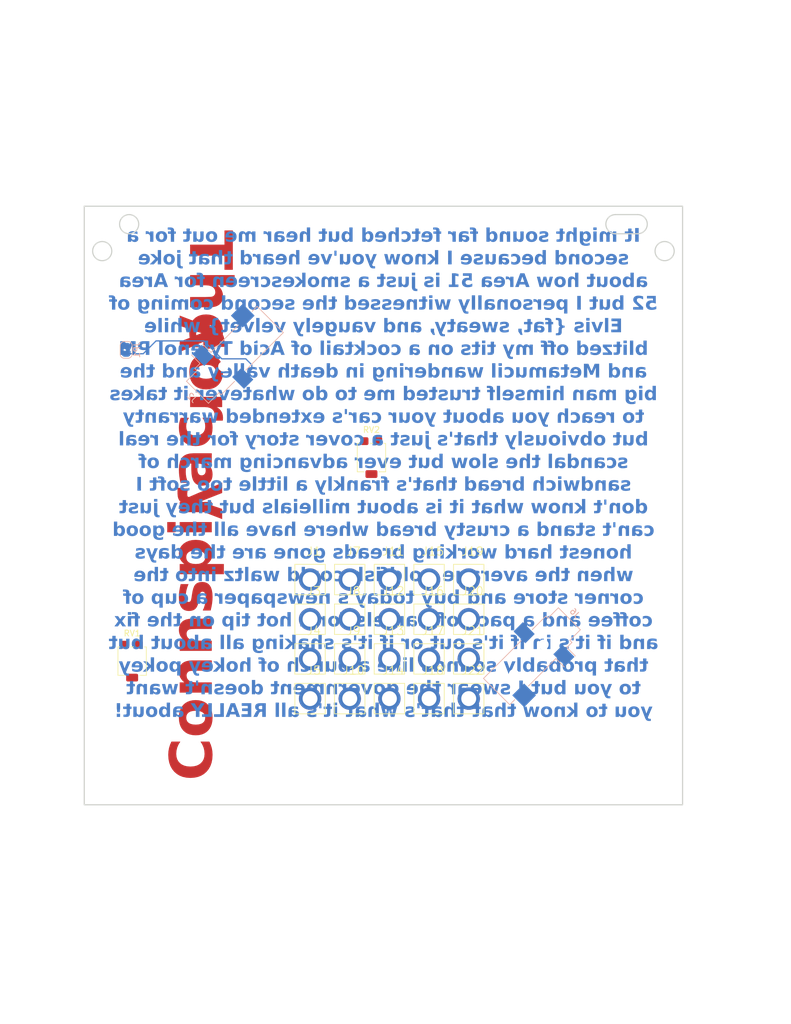
<source format=kicad_pcb>
(kicad_pcb (version 20240108) (generator "pcbnew") (generator_version "8.0")
  (layers (0 "F.Cu" signal) (31 "B.Cu" signal) (34 "B.Paste" user) (35 "F.Paste" user) (36 "B.SilkS" user "B.Silkscreen") (37 "F.SilkS" user "F.Silkscreen") (38 "B.Mask" user) (39 "F.Mask" user) (44 "Edge.Cuts" user))
  (net 0 "")
  (net 1 "Net-(J1-Pin_1)")
  (net 2 "Net-(J4-Pin_1)")
  (net 3 "Net-(J7-Pin_1)")
  (net 4 "Net-(J10-Pin_1)")
  (net 5 "/Groucho")
  (net 6 "/Outside")
  (net 7 "/Karl")
  (net 8 "/Upsidedown")
  (net 9 "/Zeppo")
  (net 10 "/Inside")
  (net 11 "GND")
  (net 12 "Net-(JP1-B)")
  (footprint "AT-Footprints:Turret - MILMAX_2501-2-00-80-00-00-07-0" (layer "F.Cu") (at 127.37 124.87)
    (property "Reference" "J7" (at 0.635285 -4.701025 0) (layer "F.SilkS") (effects (font (size 1.400606 1.400606))))
    (property "Value" "~")
    (fp_line (start -2.54 -2.54) (end 2.54 -2.54) (stroke (width 0.127)) (layer "F.SilkS"))
    (fp_line (start -2.54 2.54) (end -2.54 -2.54) (stroke (width 0.127)) (layer "F.SilkS"))
    (fp_line (start 2.54 -2.54) (end 2.54 2.54) (stroke (width 0.127)) (layer "F.SilkS"))
    (fp_line (start 2.54 2.54) (end -2.54 2.54) (stroke (width 0.127)) (layer "F.SilkS"))
    (pad "1" thru_hole circle (at 0 0) (size 3.74 3.74) (drill 2.49) (layers "*.Cu" "*.Mask") (net 3 "Net-(J7-Pin_1)"))
  )
  (footprint "AT-Footprints:Turret - MILMAX_2501-2-00-80-00-00-07-0" (layer "F.Cu") (at 147.26 138.13)
    (property "Reference" "J21" (at 0.635285 -4.701025 0) (layer "F.SilkS") (effects (font (size 1.400606 1.400606))))
    (property "Value" "~")
    (fp_line (start -2.54 -2.54) (end 2.54 -2.54) (stroke (width 0.127)) (layer "F.SilkS"))
    (fp_line (start -2.54 2.54) (end -2.54 -2.54) (stroke (width 0.127)) (layer "F.SilkS"))
    (fp_line (start 2.54 -2.54) (end 2.54 2.54) (stroke (width 0.127)) (layer "F.SilkS"))
    (fp_line (start 2.54 2.54) (end -2.54 2.54) (stroke (width 0.127)) (layer "F.SilkS"))
    (pad "1" thru_hole circle (at 0 0) (size 3.74 3.74) (drill 2.49) (layers "*.Cu" "*.Mask") (net 10 "/Inside"))
  )
  (footprint "AT-Footprints:Turret - MILMAX_2501-2-00-80-00-00-07-0" (layer "F.Cu") (at 140.63 131.5)
    (property "Reference" "J16" (at 0.635285 -4.701025 0) (layer "F.SilkS") (effects (font (size 1.400606 1.400606))))
    (property "Value" "~")
    (fp_line (start -2.54 -2.54) (end 2.54 -2.54) (stroke (width 0.127)) (layer "F.SilkS"))
    (fp_line (start -2.54 2.54) (end -2.54 -2.54) (stroke (width 0.127)) (layer "F.SilkS"))
    (fp_line (start 2.54 -2.54) (end 2.54 2.54) (stroke (width 0.127)) (layer "F.SilkS"))
    (fp_line (start 2.54 2.54) (end -2.54 2.54) (stroke (width 0.127)) (layer "F.SilkS"))
    (pad "1" thru_hole circle (at 0 0) (size 3.74 3.74) (drill 2.49) (layers "*.Cu" "*.Mask") (net 7 "/Karl"))
  )
  (footprint "AT-Footprints:Turret - MILMAX_2501-2-00-80-00-00-07-0" (layer "F.Cu") (at 140.63 144.76)
    (property "Reference" "J18" (at 0.635285 -4.701025 0) (layer "F.SilkS") (effects (font (size 1.400606 1.400606))))
    (property "Value" "~")
    (fp_line (start -2.54 -2.54) (end 2.54 -2.54) (stroke (width 0.127)) (layer "F.SilkS"))
    (fp_line (start -2.54 2.54) (end -2.54 -2.54) (stroke (width 0.127)) (layer "F.SilkS"))
    (fp_line (start 2.54 -2.54) (end 2.54 2.54) (stroke (width 0.127)) (layer "F.SilkS"))
    (fp_line (start 2.54 2.54) (end -2.54 2.54) (stroke (width 0.127)) (layer "F.SilkS"))
    (pad "1" thru_hole circle (at 0 0) (size 3.74 3.74) (drill 2.49) (layers "*.Cu" "*.Mask") (net 8 "/Upsidedown"))
  )
  (footprint "AT-Footprints:Turret - MILMAX_2501-2-00-80-00-00-07-0" (layer "F.Cu") (at 134 124.87)
    (property "Reference" "J11" (at 0.635285 -4.701025 0) (layer "F.SilkS") (effects (font (size 1.400606 1.400606))))
    (property "Value" "~")
    (fp_line (start -2.54 -2.54) (end 2.54 -2.54) (stroke (width 0.127)) (layer "F.SilkS"))
    (fp_line (start -2.54 2.54) (end -2.54 -2.54) (stroke (width 0.127)) (layer "F.SilkS"))
    (fp_line (start 2.54 -2.54) (end 2.54 2.54) (stroke (width 0.127)) (layer "F.SilkS"))
    (fp_line (start 2.54 2.54) (end -2.54 2.54) (stroke (width 0.127)) (layer "F.SilkS"))
    (pad "1" thru_hole circle (at 0 0) (size 3.74 3.74) (drill 2.49) (layers "*.Cu" "*.Mask") (net 5 "/Groucho"))
  )
  (footprint "Potentiometer_SMD:Potentiometer_Bourns_3314G_Vertical" (layer "F.Cu") (at 91 138.5)
    (property "Reference" "RV1" (at 0 -4.65 0) (layer "F.SilkS"))
    (property "Value" "IDK like 12 Speed")
    (fp_line (start -2.37 -2.37) (end -2.37 2.37) (stroke (width 0.12)) (layer "F.SilkS"))
    (fp_line (start -2.37 -2.37) (end -2.06 -2.37) (stroke (width 0.12)) (layer "F.SilkS"))
    (fp_line (start -2.37 2.37) (end -1.26 2.37) (stroke (width 0.12)) (layer "F.SilkS"))
    (fp_line (start -0.24 -2.37) (end 0.24 -2.37) (stroke (width 0.12)) (layer "F.SilkS"))
    (fp_line (start 1.26 2.37) (end 2.37 2.37) (stroke (width 0.12)) (layer "F.SilkS"))
    (fp_line (start 2.06 -2.37) (end 2.37 -2.37) (stroke (width 0.12)) (layer "F.SilkS"))
    (fp_line (start 2.37 -2.37) (end 2.37 2.37) (stroke (width 0.12)) (layer "F.SilkS"))
    (pad "1" smd roundrect (at -1.15 -2.75) (size 1.3 1.3) (layers "F.Cu" "F.Paste" "F.Mask") (roundrect_rratio 0.1923076923) (net 1 "Net-(J1-Pin_1)"))
    (pad "2" smd roundrect (at 0 2.75) (size 2 1.3) (layers "F.Cu" "F.Paste" "F.Mask") (roundrect_rratio 0.1923076923) (net 2 "Net-(J4-Pin_1)"))
    (pad "3" smd roundrect (at 1.15 -2.75) (size 1.3 1.3) (layers "F.Cu" "F.Paste" "F.Mask") (roundrect_rratio 0.1923076923) (net 11 "GND"))
  )
  (footprint "AT-Footprints:Turret - MILMAX_2501-2-00-80-00-00-07-0" (layer "F.Cu") (at 127.37 138.13)
    (property "Reference" "J9" (at 0.635285 -4.701025 0) (layer "F.SilkS") (effects (font (size 1.400606 1.400606))))
    (property "Value" "~")
    (fp_line (start -2.54 -2.54) (end 2.54 -2.54) (stroke (width 0.127)) (layer "F.SilkS"))
    (fp_line (start -2.54 2.54) (end -2.54 -2.54) (stroke (width 0.127)) (layer "F.SilkS"))
    (fp_line (start 2.54 -2.54) (end 2.54 2.54) (stroke (width 0.127)) (layer "F.SilkS"))
    (fp_line (start 2.54 2.54) (end -2.54 2.54) (stroke (width 0.127)) (layer "F.SilkS"))
    (pad "1" thru_hole circle (at 0 0) (size 3.74 3.74) (drill 2.49) (layers "*.Cu" "*.Mask") (net 4 "Net-(J10-Pin_1)"))
  )
  (footprint "AT-Footprints:Turret - MILMAX_2501-2-00-80-00-00-07-0" (layer "F.Cu") (at 134 144.76)
    (property "Reference" "J14" (at 0.635285 -4.701025 0) (layer "F.SilkS") (effects (font (size 1.400606 1.400606))))
    (property "Value" "~")
    (fp_line (start -2.54 -2.54) (end 2.54 -2.54) (stroke (width 0.127)) (layer "F.SilkS"))
    (fp_line (start -2.54 2.54) (end -2.54 -2.54) (stroke (width 0.127)) (layer "F.SilkS"))
    (fp_line (start 2.54 -2.54) (end 2.54 2.54) (stroke (width 0.127)) (layer "F.SilkS"))
    (fp_line (start 2.54 2.54) (end -2.54 2.54) (stroke (width 0.127)) (layer "F.SilkS"))
    (pad "1" thru_hole circle (at 0 0) (size 3.74 3.74) (drill 2.49) (layers "*.Cu" "*.Mask") (net 6 "/Outside"))
  )
  (footprint "AT-Footprints:Turret - MILMAX_2501-2-00-80-00-00-07-0" (layer "F.Cu") (at 140.63 124.87)
    (property "Reference" "J15" (at 0.635285 -4.701025 0) (layer "F.SilkS") (effects (font (size 1.400606 1.400606))))
    (property "Value" "~")
    (fp_line (start -2.54 -2.54) (end 2.54 -2.54) (stroke (width 0.127)) (layer "F.SilkS"))
    (fp_line (start -2.54 2.54) (end -2.54 -2.54) (stroke (width 0.127)) (layer "F.SilkS"))
    (fp_line (start 2.54 -2.54) (end 2.54 2.54) (stroke (width 0.127)) (layer "F.SilkS"))
    (fp_line (start 2.54 2.54) (end -2.54 2.54) (stroke (width 0.127)) (layer "F.SilkS"))
    (pad "1" thru_hole circle (at 0 0) (size 3.74 3.74) (drill 2.49) (layers "*.Cu" "*.Mask") (net 7 "/Karl"))
  )
  (footprint "AT-Footprints:Turret - MILMAX_2501-2-00-80-00-00-07-0" (layer "F.Cu") (at 147.26 124.87)
    (property "Reference" "J19" (at 0.635285 -4.701025 0) (layer "F.SilkS") (effects (font (size 1.400606 1.400606))))
    (property "Value" "~")
    (fp_line (start -2.54 -2.54) (end 2.54 -2.54) (stroke (width 0.127)) (layer "F.SilkS"))
    (fp_line (start -2.54 2.54) (end -2.54 -2.54) (stroke (width 0.127)) (layer "F.SilkS"))
    (fp_line (start 2.54 -2.54) (end 2.54 2.54) (stroke (width 0.127)) (layer "F.SilkS"))
    (fp_line (start 2.54 2.54) (end -2.54 2.54) (stroke (width 0.127)) (layer "F.SilkS"))
    (pad "1" thru_hole circle (at 0 0) (size 3.74 3.74) (drill 2.49) (layers "*.Cu" "*.Mask") (net 9 "/Zeppo"))
  )
  (footprint "AT-Footprints:Turret - MILMAX_2501-2-00-80-00-00-07-0" (layer "F.Cu") (at 120.74 138.13)
    (property "Reference" "J4" (at 0.635285 -4.701025 0) (layer "F.SilkS") (effects (font (size 1.400606 1.400606))))
    (property "Value" "~")
    (fp_line (start -2.54 -2.54) (end 2.54 -2.54) (stroke (width 0.127)) (layer "F.SilkS"))
    (fp_line (start -2.54 2.54) (end -2.54 -2.54) (stroke (width 0.127)) (layer "F.SilkS"))
    (fp_line (start 2.54 -2.54) (end 2.54 2.54) (stroke (width 0.127)) (layer "F.SilkS"))
    (fp_line (start 2.54 2.54) (end -2.54 2.54) (stroke (width 0.127)) (layer "F.SilkS"))
    (pad "1" thru_hole circle (at 0 0) (size 3.74 3.74) (drill 2.49) (layers "*.Cu" "*.Mask") (net 2 "Net-(J4-Pin_1)"))
  )
  (footprint "AT-Footprints:Turret - MILMAX_2501-2-00-80-00-00-07-0" (layer "F.Cu") (at 134 138.13)
    (property "Reference" "J13" (at 0.635285 -4.701025 0) (layer "F.SilkS") (effects (font (size 1.400606 1.400606))))
    (property "Value" "~")
    (fp_line (start -2.54 -2.54) (end 2.54 -2.54) (stroke (width 0.127)) (layer "F.SilkS"))
    (fp_line (start -2.54 2.54) (end -2.54 -2.54) (stroke (width 0.127)) (layer "F.SilkS"))
    (fp_line (start 2.54 -2.54) (end 2.54 2.54) (stroke (width 0.127)) (layer "F.SilkS"))
    (fp_line (start 2.54 2.54) (end -2.54 2.54) (stroke (width 0.127)) (layer "F.SilkS"))
    (pad "1" thru_hole circle (at 0 0) (size 3.74 3.74) (drill 2.49) (layers "*.Cu" "*.Mask") (net 6 "/Outside"))
  )
  (footprint "Potentiometer_SMD:Potentiometer_Bourns_3314G_Vertical" (layer "F.Cu") (at 131 104.5)
    (property "Reference" "RV2" (at 0 -4.65 0) (layer "F.SilkS"))
    (property "Value" "At least 12 Speed")
    (fp_line (start -2.37 -2.37) (end -2.37 2.37) (stroke (width 0.12)) (layer "F.SilkS"))
    (fp_line (start -2.37 -2.37) (end -2.06 -2.37) (stroke (width 0.12)) (layer "F.SilkS"))
    (fp_line (start -2.37 2.37) (end -1.26 2.37) (stroke (width 0.12)) (layer "F.SilkS"))
    (fp_line (start -0.24 -2.37) (end 0.24 -2.37) (stroke (width 0.12)) (layer "F.SilkS"))
    (fp_line (start 1.26 2.37) (end 2.37 2.37) (stroke (width 0.12)) (layer "F.SilkS"))
    (fp_line (start 2.06 -2.37) (end 2.37 -2.37) (stroke (width 0.12)) (layer "F.SilkS"))
    (fp_line (start 2.37 -2.37) (end 2.37 2.37) (stroke (width 0.12)) (layer "F.SilkS"))
    (pad "1" smd roundrect (at -1.15 -2.75) (size 1.3 1.3) (layers "F.Cu" "F.Paste" "F.Mask") (roundrect_rratio 0.1923076923) (net 3 "Net-(J7-Pin_1)"))
    (pad "2" smd roundrect (at 0 2.75) (size 2 1.3) (layers "F.Cu" "F.Paste" "F.Mask") (roundrect_rratio 0.1923076923) (net 4 "Net-(J10-Pin_1)"))
    (pad "3" smd roundrect (at 1.15 -2.75) (size 1.3 1.3) (layers "F.Cu" "F.Paste" "F.Mask") (roundrect_rratio 0.1923076923) (net 12 "Net-(JP1-B)"))
  )
  (footprint "AT-Footprints:Turret - MILMAX_2501-2-00-80-00-00-07-0" (layer "F.Cu") (at 120.74 131.5)
    (property "Reference" "J3" (at 0.635285 -4.701025 0) (layer "F.SilkS") (effects (font (size 1.400606 1.400606))))
    (property "Value" "~")
    (fp_line (start -2.54 -2.54) (end 2.54 -2.54) (stroke (width 0.127)) (layer "F.SilkS"))
    (fp_line (start -2.54 2.54) (end -2.54 -2.54) (stroke (width 0.127)) (layer "F.SilkS"))
    (fp_line (start 2.54 -2.54) (end 2.54 2.54) (stroke (width 0.127)) (layer "F.SilkS"))
    (fp_line (start 2.54 2.54) (end -2.54 2.54) (stroke (width 0.127)) (layer "F.SilkS"))
    (pad "1" thru_hole circle (at 0 0) (size 3.74 3.74) (drill 2.49) (layers "*.Cu" "*.Mask") (net 1 "Net-(J1-Pin_1)"))
  )
  (footprint "AT-Footprints:Turret - MILMAX_2501-2-00-80-00-00-07-0" (layer "F.Cu") (at 120.74 144.76)
    (property "Reference" "J5" (at 0.635285 -4.701025 0) (layer "F.SilkS") (effects (font (size 1.400606 1.400606))))
    (property "Value" "~")
    (fp_line (start -2.54 -2.54) (end 2.54 -2.54) (stroke (width 0.127)) (layer "F.SilkS"))
    (fp_line (start -2.54 2.54) (end -2.54 -2.54) (stroke (width 0.127)) (layer "F.SilkS"))
    (fp_line (start 2.54 -2.54) (end 2.54 2.54) (stroke (width 0.127)) (layer "F.SilkS"))
    (fp_line (start 2.54 2.54) (end -2.54 2.54) (stroke (width 0.127)) (layer "F.SilkS"))
    (pad "1" thru_hole circle (at 0 0) (size 3.74 3.74) (drill 2.49) (layers "*.Cu" "*.Mask") (net 2 "Net-(J4-Pin_1)"))
  )
  (footprint "AT-Footprints:Turret - MILMAX_2501-2-00-80-00-00-07-0" (layer "F.Cu") (at 147.26 144.76)
    (property "Reference" "J22" (at 0.635285 -4.701025 0) (layer "F.SilkS") (effects (font (size 1.400606 1.400606))))
    (property "Value" "~")
    (fp_line (start -2.54 -2.54) (end 2.54 -2.54) (stroke (width 0.127)) (layer "F.SilkS"))
    (fp_line (start -2.54 2.54) (end -2.54 -2.54) (stroke (width 0.127)) (layer "F.SilkS"))
    (fp_line (start 2.54 -2.54) (end 2.54 2.54) (stroke (width 0.127)) (layer "F.SilkS"))
    (fp_line (start 2.54 2.54) (end -2.54 2.54) (stroke (width 0.127)) (layer "F.SilkS"))
    (pad "1" thru_hole circle (at 0 0) (size 3.74 3.74) (drill 2.49) (layers "*.Cu" "*.Mask") (net 10 "/Inside"))
  )
  (footprint "AT-Footprints:Turret - MILMAX_2501-2-00-80-00-00-07-0" (layer "F.Cu") (at 147.26 131.5)
    (property "Reference" "J20" (at 0.635285 -4.701025 0) (layer "F.SilkS") (effects (font (size 1.400606 1.400606))))
    (property "Value" "~")
    (fp_line (start -2.54 -2.54) (end 2.54 -2.54) (stroke (width 0.127)) (layer "F.SilkS"))
    (fp_line (start -2.54 2.54) (end -2.54 -2.54) (stroke (width 0.127)) (layer "F.SilkS"))
    (fp_line (start 2.54 -2.54) (end 2.54 2.54) (stroke (width 0.127)) (layer "F.SilkS"))
    (fp_line (start 2.54 2.54) (end -2.54 2.54) (stroke (width 0.127)) (layer "F.SilkS"))
    (pad "1" thru_hole circle (at 0 0) (size 3.74 3.74) (drill 2.49) (layers "*.Cu" "*.Mask") (net 9 "/Zeppo"))
  )
  (footprint "AT-Footprints:Turret - MILMAX_2501-2-00-80-00-00-07-0" (layer "F.Cu") (at 127.37 131.5)
    (property "Reference" "J8" (at 0.635285 -4.701025 0) (layer "F.SilkS") (effects (font (size 1.400606 1.400606))))
    (property "Value" "~")
    (fp_line (start -2.54 -2.54) (end 2.54 -2.54) (stroke (width 0.127)) (layer "F.SilkS"))
    (fp_line (start -2.54 2.54) (end -2.54 -2.54) (stroke (width 0.127)) (layer "F.SilkS"))
    (fp_line (start 2.54 -2.54) (end 2.54 2.54) (stroke (width 0.127)) (layer "F.SilkS"))
    (fp_line (start 2.54 2.54) (end -2.54 2.54) (stroke (width 0.127)) (layer "F.SilkS"))
    (pad "1" thru_hole circle (at 0 0) (size 3.74 3.74) (drill 2.49) (layers "*.Cu" "*.Mask") (net 3 "Net-(J7-Pin_1)"))
  )
  (footprint "AT-Footprints:Turret - MILMAX_2501-2-00-80-00-00-07-0" (layer "F.Cu") (at 134 131.5)
    (property "Reference" "J12" (at 0.635285 -4.701025 0) (layer "F.SilkS") (effects (font (size 1.400606 1.400606))))
    (property "Value" "~")
    (fp_line (start -2.54 -2.54) (end 2.54 -2.54) (stroke (width 0.127)) (layer "F.SilkS"))
    (fp_line (start -2.54 2.54) (end -2.54 -2.54) (stroke (width 0.127)) (layer "F.SilkS"))
    (fp_line (start 2.54 -2.54) (end 2.54 2.54) (stroke (width 0.127)) (layer "F.SilkS"))
    (fp_line (start 2.54 2.54) (end -2.54 2.54) (stroke (width 0.127)) (layer "F.SilkS"))
    (pad "1" thru_hole circle (at 0 0) (size 3.74 3.74) (drill 2.49) (layers "*.Cu" "*.Mask") (net 5 "/Groucho"))
  )
  (footprint "AT-Footprints:Turret - MILMAX_2501-2-00-80-00-00-07-0" (layer "F.Cu") (at 127.37 144.76)
    (property "Reference" "J10" (at 0.635285 -4.701025 0) (layer "F.SilkS") (effects (font (size 1.400606 1.400606))))
    (property "Value" "~")
    (fp_line (start -2.54 -2.54) (end 2.54 -2.54) (stroke (width 0.127)) (layer "F.SilkS"))
    (fp_line (start -2.54 2.54) (end -2.54 -2.54) (stroke (width 0.127)) (layer "F.SilkS"))
    (fp_line (start 2.54 -2.54) (end 2.54 2.54) (stroke (width 0.127)) (layer "F.SilkS"))
    (fp_line (start 2.54 2.54) (end -2.54 2.54) (stroke (width 0.127)) (layer "F.SilkS"))
    (pad "1" thru_hole circle (at 0 0) (size 3.74 3.74) (drill 2.49) (layers "*.Cu" "*.Mask") (net 4 "Net-(J10-Pin_1)"))
  )
  (footprint "AT-Footprints:Turret - MILMAX_2501-2-00-80-00-00-07-0" (layer "F.Cu") (at 120.74 124.87)
    (property "Reference" "J1" (at 0.635285 -4.701025 0) (layer "F.SilkS") (effects (font (size 1.400606 1.400606))))
    (property "Value" "~")
    (fp_line (start -2.54 -2.54) (end 2.54 -2.54) (stroke (width 0.127)) (layer "F.SilkS"))
    (fp_line (start -2.54 2.54) (end -2.54 -2.54) (stroke (width 0.127)) (layer "F.SilkS"))
    (fp_line (start 2.54 -2.54) (end 2.54 2.54) (stroke (width 0.127)) (layer "F.SilkS"))
    (fp_line (start 2.54 2.54) (end -2.54 2.54) (stroke (width 0.127)) (layer "F.SilkS"))
    (pad "1" thru_hole circle (at 0 0) (size 3.74 3.74) (drill 2.49) (layers "*.Cu" "*.Mask") (net 1 "Net-(J1-Pin_1)"))
  )
  (footprint "AT-Footprints:Turret - MILMAX_2501-2-00-80-00-00-07-0" (layer "F.Cu") (at 140.63 138.13)
    (property "Reference" "J17" (at 0.635285 -4.701025 0) (layer "F.SilkS") (effects (font (size 1.400606 1.400606))))
    (property "Value" "~")
    (fp_line (start -2.54 -2.54) (end 2.54 -2.54) (stroke (width 0.127)) (layer "F.SilkS"))
    (fp_line (start -2.54 2.54) (end -2.54 -2.54) (stroke (width 0.127)) (layer "F.SilkS"))
    (fp_line (start 2.54 -2.54) (end 2.54 2.54) (stroke (width 0.127)) (layer "F.SilkS"))
    (fp_line (start 2.54 2.54) (end -2.54 2.54) (stroke (width 0.127)) (layer "F.SilkS"))
    (pad "1" thru_hole circle (at 0 0) (size 3.74 3.74) (drill 2.49) (layers "*.Cu" "*.Mask") (net 8 "/Upsidedown"))
  )
  (footprint "Connector_Audio:Jack_3.5mm_CUI_SJ-3523-SMT_Horizontal" (layer "B.Cu") (at 108 87.5 -45)
    (property "Reference" "J2" (at 0 9.9 135) (layer "B.SilkS") (effects (justify mirror)))
    (property "Value" "Tin")
    (fp_line (start -2.6 8.6) (end -2.6 6.1) (stroke (width 0.12)) (layer "B.SilkS"))
    (fp_line (start -5.1 4.9) (end -3.1 4.9) (stroke (width 0.12)) (layer "B.SilkS"))
    (fp_line (start -3.1 6.099999) (end -3.1 4.9) (stroke (width 0.12)) (layer "B.SilkS"))
    (fp_line (start -2.6 6.1) (end -3.1 6.099999) (stroke (width 0.12)) (layer "B.SilkS"))
    (fp_line (start -5.1 2.3) (end -3.1 2.300001) (stroke (width 0.12)) (layer "B.SilkS"))
    (fp_line (start 2.6 8.6) (end -2.6 8.6) (stroke (width 0.12)) (layer "B.SilkS"))
    (fp_line (start -3.1 2.300001) (end -3.100001 -4.2) (stroke (width 0.12)) (layer "B.SilkS"))
    (fp_line (start 2.6 6.1) (end 2.6 8.6) (stroke (width 0.12)) (layer "B.SilkS"))
    (fp_line (start 3.1 6.099999) (end 2.6 6.1) (stroke (width 0.12)) (layer "B.SilkS"))
    (fp_line (start 3.1 2.9) (end 3.1 6.099999) (stroke (width 0.12)) (layer "B.SilkS"))
    (fp_line (start -3.1 -7.4) (end -3.1 -8.6) (stroke (width 0.12)) (layer "B.SilkS"))
    (fp_line (start -3.1 -8.6) (end 3.1 -8.6) (stroke (width 0.12)) (layer "B.SilkS"))
    (fp_line (start 3.1 -8.6) (end 3.1 0.3) (stroke (width 0.12)) (layer "B.SilkS"))
    (pad "" np_thru_hole circle (at 0 -4.500001 315) (size 1.7 1.7) (drill 1.7) (layers "*.Cu" "*.Mask"))
    (pad "" np_thru_hole circle (at 0 2.5 315) (size 1.7 1.7) (drill 1.7) (layers "*.Cu" "*.Mask"))
    (pad "R" smd rect (at 3.7 1.6 315) (size 2.8 2.2) (layers "B.Cu" "B.Paste" "B.Mask") (net 11 "GND"))
    (pad "S" smd rect (at -3.700001 3.6 315) (size 2.8 2.2) (layers "B.Cu" "B.Paste" "B.Mask"))
    (pad "T" smd rect (at -3.7 -5.8 315) (size 2.8 2.8) (layers "B.Cu" "B.Paste" "B.Mask") (net 1 "Net-(J1-Pin_1)"))
  )
  (footprint "Connector_Audio:Jack_3.5mm_CUI_SJ-3523-SMT_Horizontal" (layer "B.Cu") (at 158 137.5 135)
    (property "Reference" "J6" (at 0 9.9 135) (layer "B.SilkS") (effects (justify mirror)))
    (property "Value" "Foil")
    (fp_line (start 3.1 -8.6) (end 3.1 0.3) (stroke (width 0.12)) (layer "B.SilkS"))
    (fp_line (start -3.1 -8.6) (end 3.1 -8.6) (stroke (width 0.12)) (layer "B.SilkS"))
    (fp_line (start -3.1 -7.4) (end -3.1 -8.6) (stroke (width 0.12)) (layer "B.SilkS"))
    (fp_line (start 3.1 2.9) (end 3.1 6.099999) (stroke (width 0.12)) (layer "B.SilkS"))
    (fp_line (start 3.1 6.099999) (end 2.6 6.1) (stroke (width 0.12)) (layer "B.SilkS"))
    (fp_line (start 2.6 6.1) (end 2.6 8.6) (stroke (width 0.12)) (layer "B.SilkS"))
    (fp_line (start -3.1 2.300001) (end -3.100001 -4.2) (stroke (width 0.12)) (layer "B.SilkS"))
    (fp_line (start 2.6 8.6) (end -2.6 8.6) (stroke (width 0.12)) (layer "B.SilkS"))
    (fp_line (start -5.1 2.3) (end -3.1 2.300001) (stroke (width 0.12)) (layer "B.SilkS"))
    (fp_line (start -2.6 6.1) (end -3.1 6.099999) (stroke (width 0.12)) (layer "B.SilkS"))
    (fp_line (start -3.1 6.099999) (end -3.1 4.9) (stroke (width 0.12)) (layer "B.SilkS"))
    (fp_line (start -5.1 4.9) (end -3.1 4.9) (stroke (width 0.12)) (layer "B.SilkS"))
    (fp_line (start -2.6 8.6) (end -2.6 6.1) (stroke (width 0.12)) (layer "B.SilkS"))
    (pad "" np_thru_hole circle (at 0 -4.500001 135) (size 1.7 1.7) (drill 1.7) (layers "*.Cu" "*.Mask"))
    (pad "" np_thru_hole circle (at 0 2.5 135) (size 1.7 1.7) (drill 1.7) (layers "*.Cu" "*.Mask"))
    (pad "R" smd rect (at 3.7 1.6 135) (size 2.8 2.2) (layers "B.Cu" "B.Paste" "B.Mask"))
    (pad "S" smd rect (at -3.700001 3.6 135) (size 2.8 2.2) (layers "B.Cu" "B.Paste" "B.Mask"))
    (pad "T" smd rect (at -3.7 -5.8 135) (size 2.8 2.8) (layers "B.Cu" "B.Paste" "B.Mask") (net 3 "Net-(J7-Pin_1)"))
  )
  (footprint "Jumper:SolderJumper-2_P1.3mm_Open_RoundedPad1.0x1.5mm" (layer "B.Cu") (at 90 86.5 90)
    (property "Reference" "JP1" (at 0 1.8 90) (layer "B.SilkS") (effects (justify mirror)))
    (property "Value" "This is a religious decision")
    (fp_line (start -0.7 -1) (end 0.7 -1) (stroke (width 0.12)) (layer "B.SilkS"))
    (fp_line (start 1.4 -0.300001) (end 1.4 0.300001) (stroke (width 0.12)) (layer "B.SilkS"))
    (fp_line (start -1.4 0.300001) (end -1.4 -0.300001) (stroke (width 0.12)) (layer "B.SilkS"))
    (fp_line (start 0.7 1) (end -0.7 1) (stroke (width 0.12)) (layer "B.SilkS"))
    (fp_arc (start 0.7 -1) (mid 1.194974 -0.794975) (end 1.4 -0.300001) (stroke (width 0.12)) (layer "B.SilkS"))
    (fp_arc (start -1.4 -0.300001) (mid -1.194975 -0.794975) (end -0.7 -1) (stroke (width 0.12)) (layer "B.SilkS"))
    (fp_arc (start 1.4 0.300001) (mid 1.194974 0.794975) (end 0.7 1) (stroke (width 0.12)) (layer "B.SilkS"))
    (fp_arc (start -0.7 1) (mid -1.194975 0.794975) (end -1.4 0.300001) (stroke (width 0.12)) (layer "B.SilkS"))
    (pad "1" smd custom (at -0.649999 0 90) (size 1 0.5) (layers "B.Cu" "B.Mask") (net 11 "GND") (options (clearance outline) (anchor rect)) (primitives (gr_circle (center 0 -0.25) (end 0.5 -0.25) (width 0) (fill yes)) (gr_circle (center 0 0.25) (end 0.5 0.25) (width 0) (fill yes)) (gr_poly (pts (xy 0.5 -0.75) (xy 0 -0.75) (xy 0 0.75) (xy 0.5 0.75)) (width 0) (fill yes))))
    (pad "2" smd custom (at 0.649999 0 90) (size 1 0.5) (layers "B.Cu" "B.Mask") (net 12 "Net-(JP1-B)") (options (clearance outline) (anchor rect)) (primitives (gr_circle (center 0 -0.25) (end 0.5 -0.25) (width 0) (fill yes)) (gr_circle (center 0 0.25) (end 0.5 0.25) (width 0) (fill yes)) (gr_poly (pts (xy 0 -0.75) (xy -0.5 -0.75) (xy -0.5 0.75) (xy 0 0.75)) (width 0) (fill yes))))
  )
  (gr_circle (center 90.5 65.5) (end 92.1 65.5) (stroke (width 0.2)) (fill none) (layer "Edge.Cuts"))
  (gr_arc (start 171.78 67.1) (mid 170.18 65.5) (end 171.78 63.9) (stroke (width 0.2)) (layer "Edge.Cuts"))
  (gr_arc (start 175.5 63.9) (mid 177.1 65.5) (end 175.5 67.1) (stroke (width 0.2)) (layer "Edge.Cuts"))
  (gr_line (start 175.5 63.9) (end 171.78 63.9) (stroke (width 0.2)) (layer "Edge.Cuts"))
  (gr_rect (start 83 62.5) (end 183 162.5) (stroke (width 0.2)) (fill none) (layer "Edge.Cuts"))
  (gr_line (start 171.78 67.1) (end 175.5 67.1) (stroke (width 0.2)) (layer "Edge.Cuts"))
  (gr_circle (center 180 70) (end 181.6 70) (stroke (width 0.2)) (fill none) (layer "Edge.Cuts"))
  (gr_circle (center 86 70) (end 87.6 70) (stroke (width 0.2)) (fill none) (layer "Edge.Cuts"))
  (gr_text "Connspirac   y" (at 105.5 158.5 90) (layer "F.Cu") (effects (font (size 7 7) (thickness 0.3) (bold yes)) (justify left bottom)))
  (gr_text "Theor   y" (at 99.500001 66.5 -90) (layer "F.Cu") (effects (font (size 7 7) (thickness 0.3) (bold yes)) (justify left bottom)))
  (gr_text_box "It might sound far fetched but hear me out for a second because I know you've heard that joke about how Area 51 is just a smokescreen for Area 52 but I personally witnessed the second coming of Elvis {fat, sweaty, and vaugely velvet} while blitzed off my tits on a cocktail of Acid Tylenol PM and Metamucil wandering in death valley and the big man himself trusted me to do whatever it takes to reach you about your car's extended warranty but obviously that's just a cover story for the real scandal the slow but ever advancing march of sandwich bread that's frankly a little too soft I don't know what it is about milleials but they just can't stand a crusty bread where have all the good honest hard working breads gone are the days when the average goldfish could waltz into the corner store and buy today's newspaper a cup of coffee and a pack of Camels for a hot tip on the fix and if it's in if it's out or if it's shaking all about but that probably sounds like a bunch of hokey pokey to you but I swear the government doesn't want you to know that that's what it's all REALLY about!" (start 84.75 64.5) (end 181.25 161) (layer "B.Cu") (effects (font (size 2.25 2.25) (thickness 0.3) (bold yes)) (justify top mirror)) (border no))
  (segment (start 95 85) (end 92.850001 87.149999) (width 0.2) (layer "B.Cu") (net 11))
  (segment (start 103 85) (end 95 85) (width 0.2) (layer "B.Cu") (net 11))
  (segment (start 92.850001 87.149999) (end 90 87.149999) (width 0.2) (layer "B.Cu") (net 11))
  (segment (start 110 88) (end 106 88) (width 0.2) (layer "B.Cu") (net 11))
  (segment (start 106 88) (end 103 85) (width 0.2) (layer "B.Cu") (net 11))
  (segment (start 111 89) (end 110 88) (width 0.2) (layer "B.Cu") (net 11))
  (segment (start 111 89.73259) (end 111 89) (width 0.2) (layer "B.Cu") (net 11))
  (segment (start 109.484924 91.247666) (end 111 89.73259) (width 0.2) (layer "B.Cu") (net 11))
)
</source>
